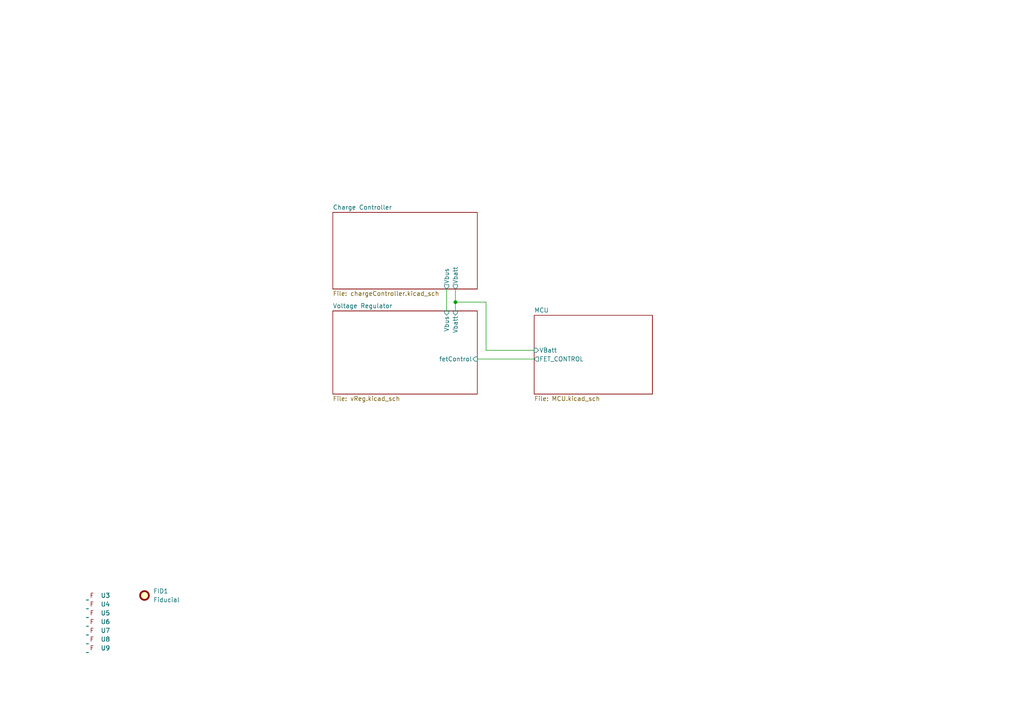
<source format=kicad_sch>
(kicad_sch (version 20230121) (generator eeschema)
  (paper "A4")
  (title_block (title "Night Light") (rev "2") (company "Cameron Gillingham"))
  (lib_symbols
    (symbol "Mechanical:Fiducial"
      (property "Reference" "FID" (at 0 5.08 0))
      (property "Value" "Fiducial" (at 0 3.175 0))
      (symbol "Fiducial_0_1"
        (circle (center 0 0) (radius 1.27) (stroke (width 0.508)) (fill (type background)))
      )
    )
    (symbol "myDesigns:Firefly_Symbol"
      (property "Reference" "U" (at 0 0 0))
      (symbol "Firefly_Symbol_1_1"
        (text "F" (at 1.27 1.27 0) (effects (font (size 1.27 1.27))))
      )
    )
  )
  (junction (at 132.08 87.63))
  (wire (pts (xy 132.08 83.82) (xy 132.08 87.63)))
  (wire (pts (xy 132.08 87.63) (xy 132.08 90.17)))
  (wire (pts (xy 140.97 101.6) (xy 140.97 87.63)))
  (wire (pts (xy 138.43 104.14) (xy 154.94 104.14)))
  (wire (pts (xy 129.54 83.82) (xy 129.54 90.17)))
  (wire (pts (xy 154.94 101.6) (xy 140.97 101.6)))
  (wire (pts (xy 140.97 87.63) (xy 132.08 87.63)))
  (symbol (lib_id "myDesigns:Firefly_Symbol") (at 25.4 189.23 0) (unit 1)
    (property "Reference" "U9" (at 29.21 187.96 0) (effects (justify left)))
    (property "Value" "~" (at 25.4 189.23 0))
    (property "Footprint" "myFootprintDesigns:fireflyTouchNB" (effects hide))
  )
  (symbol (lib_id "myDesigns:Firefly_Symbol") (at 25.4 186.69 0) (unit 1)
    (property "Reference" "U8" (at 29.21 185.42 0) (effects (justify left)))
    (property "Value" "~" (at 25.4 186.69 0))
    (property "Footprint" "myFootprintDesigns:fireflyTouchNB" (effects hide))
  )
  (symbol (lib_id "myDesigns:Firefly_Symbol") (at 25.4 181.61 0) (unit 1)
    (property "Reference" "U6" (at 29.21 180.34 0) (effects (justify left)))
    (property "Value" "~" (at 25.4 181.61 0))
    (property "Footprint" "myFootprintDesigns:fireflyTouchNB" (effects hide))
  )
  (symbol (lib_id "Mechanical:Fiducial") (at 41.91 172.72 0) (unit 1)
    (property "Reference" "FID1" (at 44.45 171.45 0) (effects (justify left)))
    (property "Value" "Fiducial" (at 44.45 173.99 0) (effects (justify left)))
    (property "Footprint" "Fiducial:Fiducial_1.5mm_Mask3mm" (effects hide))
  )
  (symbol (lib_id "myDesigns:Firefly_Symbol") (at 25.4 179.07 0) (unit 1)
    (property "Reference" "U5" (at 29.21 177.8 0) (effects (justify left)))
    (property "Value" "~" (at 25.4 179.07 0))
    (property "Footprint" "myFootprintDesigns:fireflyTouchNB" (effects hide))
  )
  (symbol (lib_id "myDesigns:Firefly_Symbol") (at 25.4 176.53 0) (unit 1)
    (property "Reference" "U4" (at 29.21 175.26 0) (effects (justify left)))
    (property "Value" "~" (at 25.4 176.53 0))
    (property "Footprint" "myFootprintDesigns:fireflyTouchNB" (effects hide))
  )
  (symbol (lib_id "myDesigns:Firefly_Symbol") (at 25.4 173.99 0) (unit 1)
    (property "Reference" "U3" (at 29.21 172.72 0) (effects (justify left)))
    (property "Value" "~" (at 25.4 173.99 0))
    (property "Footprint" "myFootprintDesigns:fireflyTouchNB" (effects hide))
  )
  (symbol (lib_id "myDesigns:Firefly_Symbol") (at 25.4 184.15 0) (unit 1)
    (property "Reference" "U7" (at 29.21 182.88 0) (effects (justify left)))
    (property "Value" "~" (at 25.4 184.15 0))
    (property "Footprint" "myFootprintDesigns:fireflyTouchNB" (effects hide))
  )
  (sheet (at 96.52 61.595) (size 41.91 22.225) (stroke (width 0.1524))
    (property "Sheetname" "Charge Controller" (at 96.52 60.8834 0) (effects (justify left bottom)))
    (property "Sheetfile" "chargeController.kicad_sch" (at 96.52 84.4046 0) (effects (justify left top)))
    (pin "Vbatt" output (at 132.08 83.82 270))
    (pin "Vbus" output (at 129.54 83.82 270))
  )
  (sheet (at 154.94 91.44) (size 34.29 22.86) (stroke (width 0.1524))
    (property "Sheetname" "MCU" (at 154.94 90.7284 0) (effects (justify left bottom)))
    (property "Sheetfile" "MCU.kicad_sch" (at 154.94 114.8846 0) (effects (justify left top)))
    (pin "VBatt" input (at 154.94 101.6 180))
    (pin "FET_CONTROL" output (at 154.94 104.14 180))
  )
  (sheet (at 96.52 90.17) (size 41.91 24.13) (stroke (width 0.1524))
    (property "Sheetname" "Voltage Regulator" (at 96.52 89.4584 0) (effects (justify left bottom)))
    (property "Sheetfile" "vReg.kicad_sch" (at 96.52 114.8846 0) (effects (justify left top)))
    (pin "Vbatt" input (at 132.08 90.17 90))
    (pin "Vbus" input (at 129.54 90.17 90))
    (pin "fetControl" input (at 138.43 104.14 0))
  )
)
</source>
